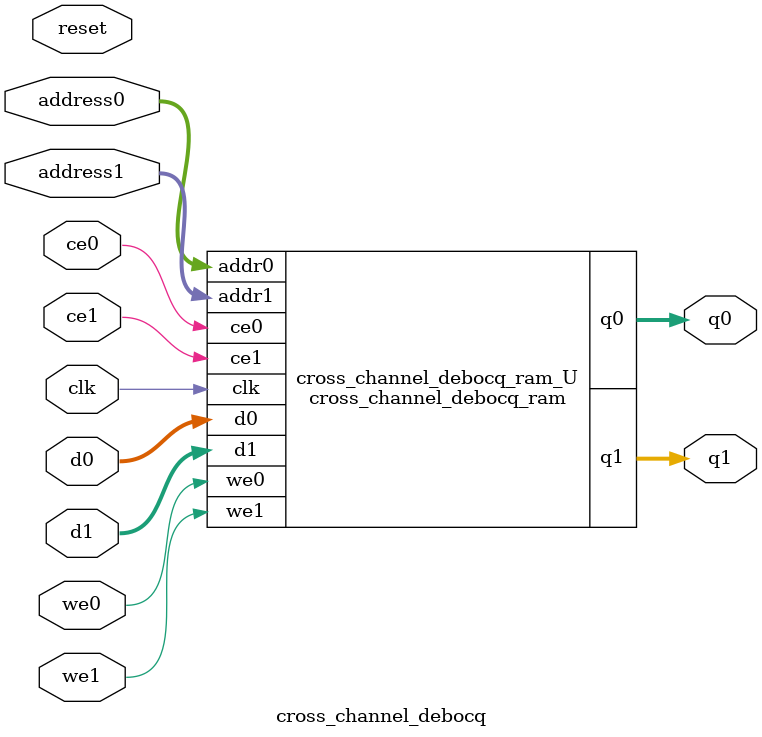
<source format=v>
`timescale 1 ns / 1 ps
module cross_channel_debocq_ram (addr0, ce0, d0, we0, q0, addr1, ce1, d1, we1, q1,  clk);

parameter DWIDTH = 8;
parameter AWIDTH = 14;
parameter MEM_SIZE = 16384;

input[AWIDTH-1:0] addr0;
input ce0;
input[DWIDTH-1:0] d0;
input we0;
output reg[DWIDTH-1:0] q0;
input[AWIDTH-1:0] addr1;
input ce1;
input[DWIDTH-1:0] d1;
input we1;
output reg[DWIDTH-1:0] q1;
input clk;

(* ram_style = "block" *)reg [DWIDTH-1:0] ram[0:MEM_SIZE-1];




always @(posedge clk)  
begin 
    if (ce0) begin
        if (we0) 
            ram[addr0] <= d0; 
        q0 <= ram[addr0];
    end
end


always @(posedge clk)  
begin 
    if (ce1) begin
        if (we1) 
            ram[addr1] <= d1; 
        q1 <= ram[addr1];
    end
end


endmodule

`timescale 1 ns / 1 ps
module cross_channel_debocq(
    reset,
    clk,
    address0,
    ce0,
    we0,
    d0,
    q0,
    address1,
    ce1,
    we1,
    d1,
    q1);

parameter DataWidth = 32'd8;
parameter AddressRange = 32'd16384;
parameter AddressWidth = 32'd14;
input reset;
input clk;
input[AddressWidth - 1:0] address0;
input ce0;
input we0;
input[DataWidth - 1:0] d0;
output[DataWidth - 1:0] q0;
input[AddressWidth - 1:0] address1;
input ce1;
input we1;
input[DataWidth - 1:0] d1;
output[DataWidth - 1:0] q1;



cross_channel_debocq_ram cross_channel_debocq_ram_U(
    .clk( clk ),
    .addr0( address0 ),
    .ce0( ce0 ),
    .we0( we0 ),
    .d0( d0 ),
    .q0( q0 ),
    .addr1( address1 ),
    .ce1( ce1 ),
    .we1( we1 ),
    .d1( d1 ),
    .q1( q1 ));

endmodule


</source>
